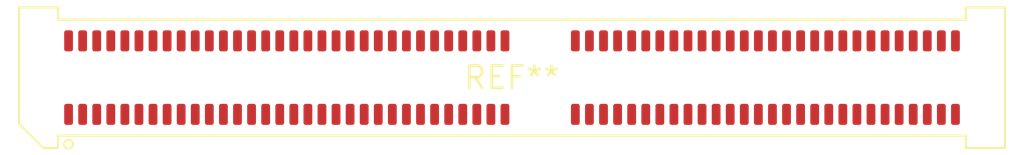
<source format=kicad_pcb>
(kicad_pcb (version 20240108) (generator pcbnew)
  (layers (0 "F.Cu" signal) (31 "B.Cu" signal) (34 "B.Paste" user) (35 "F.Paste" user) (36 "B.SilkS" user "B.Silkscreen") (37 "F.SilkS" user "F.Silkscreen") (38 "B.Mask" user) (39 "F.Mask" user) (44 "Edge.Cuts" user))
  (net 0 "")
  (footprint "Samtec_HSEC8-160-03-X-DV_2x60_P0.8mm_Pol32_Socket" (layer "F.Cu") (at 0 0)
    (property "Reference" "REF**")
    (property "Value" "Samtec_HSEC8-160-03-X-DV_2x60_P0.8mm_Pol32_Socket")
    (fp_line (start -28.01 -4.005) (end -25.79 -4.005) (layer "F.SilkS") (stroke (width 0.12)))
    (fp_line (start -28.01 2.640563) (end -28.01 -4.005) (layer "F.SilkS") (stroke (width 0.12)))
    (fp_line (start -26.645563 4.005) (end -28.01 2.640563) (layer "F.SilkS") (stroke (width 0.12)))
    (fp_line (start -25.79 -4.005) (end -25.79 -3.305) (layer "F.SilkS") (stroke (width 0.12)))
    (fp_line (start -25.79 -3.305) (end 25.79 -3.305) (layer "F.SilkS") (stroke (width 0.12)))
    (fp_line (start -25.79 3.305) (end -25.79 4.005) (layer "F.SilkS") (stroke (width 0.12)))
    (fp_line (start -25.79 4.005) (end -26.645563 4.005) (layer "F.SilkS") (stroke (width 0.12)))
    (fp_line (start 25.79 -4.005) (end 28.01 -4.005) (layer "F.SilkS") (stroke (width 0.12)))
    (fp_line (start 25.79 -3.305) (end 25.79 -4.005) (layer "F.SilkS") (stroke (width 0.12)))
    (fp_line (start 25.79 3.305) (end -25.79 3.305) (layer "F.SilkS") (stroke (width 0.12)))
    (fp_line (start 25.79 4.005) (end 25.79 3.305) (layer "F.SilkS") (stroke (width 0.12)))
    (fp_line (start 28.01 -4.005) (end 28.01 4.005) (layer "F.SilkS") (stroke (width 0.12)))
    (fp_line (start 28.01 4.005) (end 25.79 4.005) (layer "F.SilkS") (stroke (width 0.12)))
    (fp_arc (start -24.95 3.795) (mid -25.45 3.795) (end -24.95 3.795) (layer "F.SilkS") (stroke (width 0.12)))
    (pad "1" smd roundrect (at -25.2 2.095) (size 0.5 1.2) (layers "F.Cu" "F.Paste" "F.Mask"))
    (pad "2" smd roundrect (at -25.2 -2.095) (size 0.5 1.2) (layers "F.Cu" "F.Paste" "F.Mask"))
    (pad "3" smd roundrect (at -24.4 2.095) (size 0.5 1.2) (layers "F.Cu" "F.Paste" "F.Mask"))
    (pad "4" smd roundrect (at -24.4 -2.095) (size 0.5 1.2) (layers "F.Cu" "F.Paste" "F.Mask"))
    (pad "5" smd roundrect (at -23.6 2.095) (size 0.5 1.2) (layers "F.Cu" "F.Paste" "F.Mask"))
    (pad "6" smd roundrect (at -23.6 -2.095) (size 0.5 1.2) (layers "F.Cu" "F.Paste" "F.Mask"))
    (pad "7" smd roundrect (at -22.8 2.095) (size 0.5 1.2) (layers "F.Cu" "F.Paste" "F.Mask"))
    (pad "8" smd roundrect (at -22.8 -2.095) (size 0.5 1.2) (layers "F.Cu" "F.Paste" "F.Mask"))
    (pad "9" smd roundrect (at -22 2.095) (size 0.5 1.2) (layers "F.Cu" "F.Paste" "F.Mask"))
    (pad "10" smd roundrect (at -22 -2.095) (size 0.5 1.2) (layers "F.Cu" "F.Paste" "F.Mask"))
    (pad "11" smd roundrect (at -21.2 2.095) (size 0.5 1.2) (layers "F.Cu" "F.Paste" "F.Mask"))
    (pad "12" smd roundrect (at -21.2 -2.095) (size 0.5 1.2) (layers "F.Cu" "F.Paste" "F.Mask"))
    (pad "13" smd roundrect (at -20.4 2.095) (size 0.5 1.2) (layers "F.Cu" "F.Paste" "F.Mask"))
    (pad "14" smd roundrect (at -20.4 -2.095) (size 0.5 1.2) (layers "F.Cu" "F.Paste" "F.Mask"))
    (pad "15" smd roundrect (at -19.6 2.095) (size 0.5 1.2) (layers "F.Cu" "F.Paste" "F.Mask"))
    (pad "16" smd roundrect (at -19.6 -2.095) (size 0.5 1.2) (layers "F.Cu" "F.Paste" "F.Mask"))
    (pad "17" smd roundrect (at -18.8 2.095) (size 0.5 1.2) (layers "F.Cu" "F.Paste" "F.Mask"))
    (pad "18" smd roundrect (at -18.8 -2.095) (size 0.5 1.2) (layers "F.Cu" "F.Paste" "F.Mask"))
    (pad "19" smd roundrect (at -18 2.095) (size 0.5 1.2) (layers "F.Cu" "F.Paste" "F.Mask"))
    (pad "20" smd roundrect (at -18 -2.095) (size 0.5 1.2) (layers "F.Cu" "F.Paste" "F.Mask"))
    (pad "21" smd roundrect (at -17.2 2.095) (size 0.5 1.2) (layers "F.Cu" "F.Paste" "F.Mask"))
    (pad "22" smd roundrect (at -17.2 -2.095) (size 0.5 1.2) (layers "F.Cu" "F.Paste" "F.Mask"))
    (pad "23" smd roundrect (at -16.4 2.095) (size 0.5 1.2) (layers "F.Cu" "F.Paste" "F.Mask"))
    (pad "24" smd roundrect (at -16.4 -2.095) (size 0.5 1.2) (layers "F.Cu" "F.Paste" "F.Mask"))
    (pad "25" smd roundrect (at -15.6 2.095) (size 0.5 1.2) (layers "F.Cu" "F.Paste" "F.Mask"))
    (pad "26" smd roundrect (at -15.6 -2.095) (size 0.5 1.2) (layers "F.Cu" "F.Paste" "F.Mask"))
    (pad "27" smd roundrect (at -14.8 2.095) (size 0.5 1.2) (layers "F.Cu" "F.Paste" "F.Mask"))
    (pad "28" smd roundrect (at -14.8 -2.095) (size 0.5 1.2) (layers "F.Cu" "F.Paste" "F.Mask"))
    (pad "29" smd roundrect (at -14 2.095) (size 0.5 1.2) (layers "F.Cu" "F.Paste" "F.Mask"))
    (pad "30" smd roundrect (at -14 -2.095) (size 0.5 1.2) (layers "F.Cu" "F.Paste" "F.Mask"))
    (pad "31" smd roundrect (at -13.2 2.095) (size 0.5 1.2) (layers "F.Cu" "F.Paste" "F.Mask"))
    (pad "32" smd roundrect (at -13.2 -2.095) (size 0.5 1.2) (layers "F.Cu" "F.Paste" "F.Mask"))
    (pad "33" smd roundrect (at -12.4 2.095) (size 0.5 1.2) (layers "F.Cu" "F.Paste" "F.Mask"))
    (pad "34" smd roundrect (at -12.4 -2.095) (size 0.5 1.2) (layers "F.Cu" "F.Paste" "F.Mask"))
    (pad "35" smd roundrect (at -11.6 2.095) (size 0.5 1.2) (layers "F.Cu" "F.Paste" "F.Mask"))
    (pad "36" smd roundrect (at -11.6 -2.095) (size 0.5 1.2) (layers "F.Cu" "F.Paste" "F.Mask"))
    (pad "37" smd roundrect (at -10.8 2.095) (size 0.5 1.2) (layers "F.Cu" "F.Paste" "F.Mask"))
    (pad "38" smd roundrect (at -10.8 -2.095) (size 0.5 1.2) (layers "F.Cu" "F.Paste" "F.Mask"))
    (pad "39" smd roundrect (at -10 2.095) (size 0.5 1.2) (layers "F.Cu" "F.Paste" "F.Mask"))
    (pad "40" smd roundrect (at -10 -2.095) (size 0.5 1.2) (layers "F.Cu" "F.Paste" "F.Mask"))
    (pad "41" smd roundrect (at -9.2 2.095) (size 0.5 1.2) (layers "F.Cu" "F.Paste" "F.Mask"))
    (pad "42" smd roundrect (at -9.2 -2.095) (size 0.5 1.2) (layers "F.Cu" "F.Paste" "F.Mask"))
    (pad "43" smd roundrect (at -8.4 2.095) (size 0.5 1.2) (layers "F.Cu" "F.Paste" "F.Mask"))
    (pad "44" smd roundrect (at -8.4 -2.095) (size 0.5 1.2) (layers "F.Cu" "F.Paste" "F.Mask"))
    (pad "45" smd roundrect (at -7.6 2.095) (size 0.5 1.2) (layers "F.Cu" "F.Paste" "F.Mask"))
    (pad "46" smd roundrect (at -7.6 -2.095) (size 0.5 1.2) (layers "F.Cu" "F.Paste" "F.Mask"))
    (pad "47" smd roundrect (at -6.8 2.095) (size 0.5 1.2) (layers "F.Cu" "F.Paste" "F.Mask"))
    (pad "48" smd roundrect (at -6.8 -2.095) (size 0.5 1.2) (layers "F.Cu" "F.Paste" "F.Mask"))
    (pad "49" smd roundrect (at -6 2.095) (size 0.5 1.2) (layers "F.Cu" "F.Paste" "F.Mask"))
    (pad "50" smd roundrect (at -6 -2.095) (size 0.5 1.2) (layers "F.Cu" "F.Paste" "F.Mask"))
    (pad "51" smd roundrect (at -5.2 2.095) (size 0.5 1.2) (layers "F.Cu" "F.Paste" "F.Mask"))
    (pad "52" smd roundrect (at -5.2 -2.095) (size 0.5 1.2) (layers "F.Cu" "F.Paste" "F.Mask"))
    (pad "53" smd roundrect (at -4.4 2.095) (size 0.5 1.2) (layers "F.Cu" "F.Paste" "F.Mask"))
    (pad "54" smd roundrect (at -4.4 -2.095) (size 0.5 1.2) (layers "F.Cu" "F.Paste" "F.Mask"))
    (pad "55" smd roundrect (at -3.6 2.095) (size 0.5 1.2) (layers "F.Cu" "F.Paste" "F.Mask"))
    (pad "56" smd roundrect (at -3.6 -2.095) (size 0.5 1.2) (layers "F.Cu" "F.Paste" "F.Mask"))
    (pad "57" smd roundrect (at -2.8 2.095) (size 0.5 1.2) (layers "F.Cu" "F.Paste" "F.Mask"))
    (pad "58" smd roundrect (at -2.8 -2.095) (size 0.5 1.2) (layers "F.Cu" "F.Paste" "F.Mask"))
    (pad "59" smd roundrect (at -2 2.095) (size 0.5 1.2) (layers "F.Cu" "F.Paste" "F.Mask"))
    (pad "60" smd roundrect (at -2 -2.095) (size 0.5 1.2) (layers "F.Cu" "F.Paste" "F.Mask"))
    (pad "61" smd roundrect (at -1.2 2.095) (size 0.5 1.2) (layers "F.Cu" "F.Paste" "F.Mask"))
    (pad "62" smd roundrect (at -1.2 -2.095) (size 0.5 1.2) (layers "F.Cu" "F.Paste" "F.Mask"))
    (pad "63" smd roundrect (at -0.4 2.095) (size 0.5 1.2) (layers "F.Cu" "F.Paste" "F.Mask"))
    (pad "64" smd roundrect (at -0.4 -2.095) (size 0.5 1.2) (layers "F.Cu" "F.Paste" "F.Mask"))
    (pad "65" smd roundrect (at 3.6 2.095) (size 0.5 1.2) (layers "F.Cu" "F.Paste" "F.Mask"))
    (pad "66" smd roundrect (at 3.6 -2.095) (size 0.5 1.2) (layers "F.Cu" "F.Paste" "F.Mask"))
    (pad "67" smd roundrect (at 4.4 2.095) (size 0.5 1.2) (layers "F.Cu" "F.Paste" "F.Mask"))
    (pad "68" smd roundrect (at 4.4 -2.095) (size 0.5 1.2) (layers "F.Cu" "F.Paste" "F.Mask"))
    (pad "69" smd roundrect (at 5.2 2.095) (size 0.5 1.2) (layers "F.Cu" "F.Paste" "F.Mask"))
    (pad "70" smd roundrect (at 5.2 -2.095) (size 0.5 1.2) (layers "F.Cu" "F.Paste" "F.Mask"))
    (pad "71" smd roundrect (at 6 2.095) (size 0.5 1.2) (layers "F.Cu" "F.Paste" "F.Mask"))
    (pad "72" smd roundrect (at 6 -2.095) (size 0.5 1.2) (layers "F.Cu" "F.Paste" "F.Mask"))
    (pad "73" smd roundrect (at 6.8 2.095) (size 0.5 1.2) (layers "F.Cu" "F.Paste" "F.Mask"))
    (pad "74" smd roundrect (at 6.8 -2.095) (size 0.5 1.2) (layers "F.Cu" "F.Paste" "F.Mask"))
    (pad "75" smd roundrect (at 7.6 2.095) (size 0.5 1.2) (layers "F.Cu" "F.Paste" "F.Mask"))
    (pad "76" smd roundrect (at 7.6 -2.095) (size 0.5 1.2) (layers "F.Cu" "F.Paste" "F.Mask"))
    (pad "77" smd roundrect (at 8.4 2.095) (size 0.5 1.2) (layers "F.Cu" "F.Paste" "F.Mask"))
    (pad "78" smd roundrect (at 8.4 -2.095) (size 0.5 1.2) (layers "F.Cu" "F.Paste" "F.Mask"))
    (pad "79" smd roundrect (at 9.2 2.095) (size 0.5 1.2) (layers "F.Cu" "F.Paste" "F.Mask"))
    (pad "80" smd roundrect (at 9.2 -2.095) (size 0.5 1.2) (layers "F.Cu" "F.Paste" "F.Mask"))
    (pad "81" smd roundrect (at 10 2.095) (size 0.5 1.2) (layers "F.Cu" "F.Paste" "F.Mask"))
    (pad "82" smd roundrect (at 10 -2.095) (size 0.5 1.2) (layers "F.Cu" "F.Paste" "F.Mask"))
    (pad "83" smd roundrect (at 10.8 2.095) (size 0.5 1.2) (layers "F.Cu" "F.Paste" "F.Mask"))
    (pad "84" smd roundrect (at 10.8 -2.095) (size 0.5 1.2) (layers "F.Cu" "F.Paste" "F.Mask"))
    (pad "85" smd roundrect (at 11.6 2.095) (size 0.5 1.2) (layers "F.Cu" "F.Paste" "F.Mask"))
    (pad "86" smd roundrect (at 11.6 -2.095) (size 0.5 1.2) (layers "F.Cu" "F.Paste" "F.Mask"))
    (pad "87" smd roundrect (at 12.4 2.095) (size 0.5 1.2) (layers "F.Cu" "F.Paste" "F.Mask"))
    (pad "88" smd roundrect (at 12.4 -2.095) (size 0.5 1.2) (layers "F.Cu" "F.Paste" "F.Mask"))
    (pad "89" smd roundrect (at 13.2 2.095) (size 0.5 1.2) (layers "F.Cu" "F.Paste" "F.Mask"))
    (pad "90" smd roundrect (at 13.2 -2.095) (size 0.5 1.2) (layers "F.Cu" "F.Paste" "F.Mask"))
    (pad "91" smd roundrect (at 14 2.095) (size 0.5 1.2) (layers "F.Cu" "F.Paste" "F.Mask"))
    (pad "92" smd roundrect (at 14 -2.095) (size 0.5 1.2) (layers "F.Cu" "F.Paste" "F.Mask"))
    (pad "93" smd roundrect (at 14.8 2.095) (size 0.5 1.2) (layers "F.Cu" "F.Paste" "F.Mask"))
    (pad "94" smd roundrect (at 14.8 -2.095) (size 0.5 1.2) (layers "F.Cu" "F.Paste" "F.Mask"))
    (pad "95" smd roundrect (at 15.6 2.095) (size 0.5 1.2) (layers "F.Cu" "F.Paste" "F.Mask"))
    (pad "96" smd roundrect (at 15.6 -2.095) (size 0.5 1.2) (layers "F.Cu" "F.Paste" "F.Mask"))
    (pad "97" smd roundrect (at 16.4 2.095) (size 0.5 1.2) (layers "F.Cu" "F.Paste" "F.Mask"))
    (pad "98" smd roundrect (at 16.4 -2.095) (size 0.5 1.2) (layers "F.Cu" "F.Paste" "F.Mask"))
    (pad "99" smd roundrect (at 17.2 2.095) (size 0.5 1.2) (layers "F.Cu" "F.Paste" "F.Mask"))
    (pad "100" smd roundrect (at 17.2 -2.095) (size 0.5 1.2) (layers "F.Cu" "F.Paste" "F.Mask"))
    (pad "101" smd roundrect (at 18 2.095) (size 0.5 1.2) (layers "F.Cu" "F.Paste" "F.Mask"))
    (pad "102" smd roundrect (at 18 -2.095) (size 0.5 1.2) (layers "F.Cu" "F.Paste" "F.Mask"))
    (pad "103" smd roundrect (at 18.8 2.095) (size 0.5 1.2) (layers "F.Cu" "F.Paste" "F.Mask"))
    (pad "104" smd roundrect (at 18.8 -2.095) (size 0.5 1.2) (layers "F.Cu" "F.Paste" "F.Mask"))
    (pad "105" smd roundrect (at 19.6 2.095) (size 0.5 1.2) (layers "F.Cu" "F.Paste" "F.Mask"))
    (pad "106" smd roundrect (at 19.6 -2.095) (size 0.5 1.2) (layers "F.Cu" "F.Paste" "F.Mask"))
    (pad "107" smd roundrect (at 20.4 2.095) (size 0.5 1.2) (layers "F.Cu" "F.Paste" "F.Mask"))
    (pad "108" smd roundrect (at 20.4 -2.095) (size 0.5 1.2) (layers "F.Cu" "F.Paste" "F.Mask"))
    (pad "109" smd roundrect (at 21.2 2.095) (size 0.5 1.2) (layers "F.Cu" "F.Paste" "F.Mask"))
    (pad "110" smd roundrect (at 21.2 -2.095) (size 0.5 1.2) (layers "F.Cu" "F.Paste" "F.Mask"))
    (pad "111" smd roundrect (at 22 2.095) (size 0.5 1.2) (layers "F.Cu" "F.Paste" "F.Mask"))
    (pad "112" smd roundrect (at 22 -2.095) (size 0.5 1.2) (layers "F.Cu" "F.Paste" "F.Mask"))
    (pad "113" smd roundrect (at 22.8 2.095) (size 0.5 1.2) (layers "F.Cu" "F.Paste" "F.Mask"))
    (pad "114" smd roundrect (at 22.8 -2.095) (size 0.5 1.2) (layers "F.Cu" "F.Paste" "F.Mask"))
    (pad "115" smd roundrect (at 23.6 2.095) (size 0.5 1.2) (layers "F.Cu" "F.Paste" "F.Mask"))
    (pad "116" smd roundrect (at 23.6 -2.095) (size 0.5 1.2) (layers "F.Cu" "F.Paste" "F.Mask"))
    (pad "117" smd roundrect (at 24.4 2.095) (size 0.5 1.2) (layers "F.Cu" "F.Paste" "F.Mask"))
    (pad "118" smd roundrect (at 24.4 -2.095) (size 0.5 1.2) (layers "F.Cu" "F.Paste" "F.Mask"))
    (pad "119" smd roundrect (at 25.2 2.095) (size 0.5 1.2) (layers "F.Cu" "F.Paste" "F.Mask"))
    (pad "120" smd roundrect (at 25.2 -2.095) (size 0.5 1.2) (layers "F.Cu" "F.Paste" "F.Mask"))
  )
)
</source>
